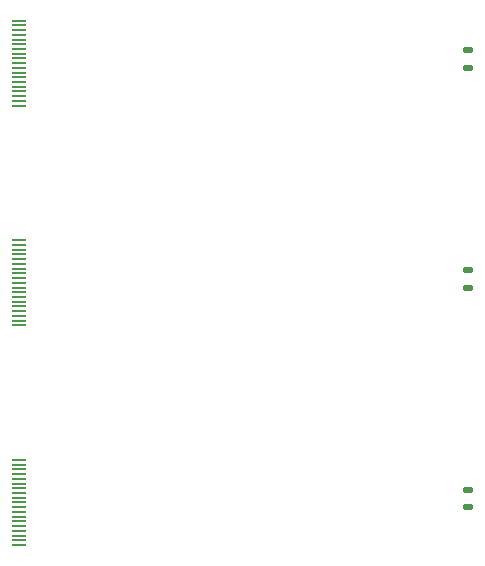
<source format=gtp>
%FSLAX46Y46*%
%MOMM*%
%AMPS11*
21,1,0.220000,1.250000,0.000000,0.000000,270.000000*
%
%ADD11PS11*%
%AMPS10*
1,1,0.240000,0.330000,-0.130000*
1,1,0.240000,-0.330000,-0.130000*
21,1,0.500000,0.660000,0.000000,0.000000,90.000000*
21,1,0.260000,0.900000,0.000000,0.000000,90.000000*
1,1,0.240000,0.330000,0.130000*
1,1,0.240000,-0.330000,0.130000*
%
%ADD10PS10*%
G01*
%LPD*%
G01*
%LPD*%
G75*
D10*
X44000000Y43100000D03*
D10*
X44000000Y44600000D03*
D11*
X5975000Y41115000D03*
D11*
X5975000Y40715000D03*
D11*
X5975000Y46715000D03*
D11*
X5975000Y43115000D03*
D11*
X5975000Y42715000D03*
D11*
X5975000Y43915000D03*
D11*
X5975000Y43515000D03*
D11*
X5975000Y45115000D03*
D11*
X5975000Y44315000D03*
D11*
X5975000Y39915000D03*
D11*
X5975000Y47115000D03*
D11*
X5975000Y46315000D03*
D11*
X5975000Y42315000D03*
D11*
X5975000Y45515000D03*
D11*
X5975000Y41515000D03*
D11*
X5975000Y40315000D03*
D11*
X5975000Y44715000D03*
D11*
X5975000Y41915000D03*
D11*
X5975000Y45915000D03*
D10*
X44000000Y24500000D03*
D10*
X44000000Y26000000D03*
D11*
X5975000Y22515000D03*
D11*
X5975000Y22115000D03*
D11*
X5975000Y28115000D03*
D11*
X5975000Y24515000D03*
D11*
X5975000Y24115000D03*
D11*
X5975000Y25315000D03*
D11*
X5975000Y24915000D03*
D11*
X5975000Y26515000D03*
D11*
X5975000Y25715000D03*
D11*
X5975000Y21315000D03*
D11*
X5975000Y28515000D03*
D11*
X5975000Y27715000D03*
D11*
X5975000Y23715000D03*
D11*
X5975000Y26915000D03*
D11*
X5975000Y22915000D03*
D11*
X5975000Y21715000D03*
D11*
X5975000Y26115000D03*
D11*
X5975000Y23315000D03*
D11*
X5975000Y27315000D03*
D10*
X44000000Y5900000D03*
D10*
X44000000Y7400000D03*
D11*
X5975000Y3915000D03*
D11*
X5975000Y3515000D03*
D11*
X5975000Y9515000D03*
D11*
X5975000Y5915000D03*
D11*
X5975000Y5515000D03*
D11*
X5975000Y6715000D03*
D11*
X5975000Y6315000D03*
D11*
X5975000Y7915000D03*
D11*
X5975000Y7115000D03*
D11*
X5975000Y2715000D03*
D11*
X5975000Y9915000D03*
D11*
X5975000Y9115000D03*
D11*
X5975000Y5115000D03*
D11*
X5975000Y8315000D03*
D11*
X5975000Y4315000D03*
D11*
X5975000Y3115000D03*
D11*
X5975000Y7515000D03*
D11*
X5975000Y4715000D03*
D11*
X5975000Y8715000D03*
M02*

</source>
